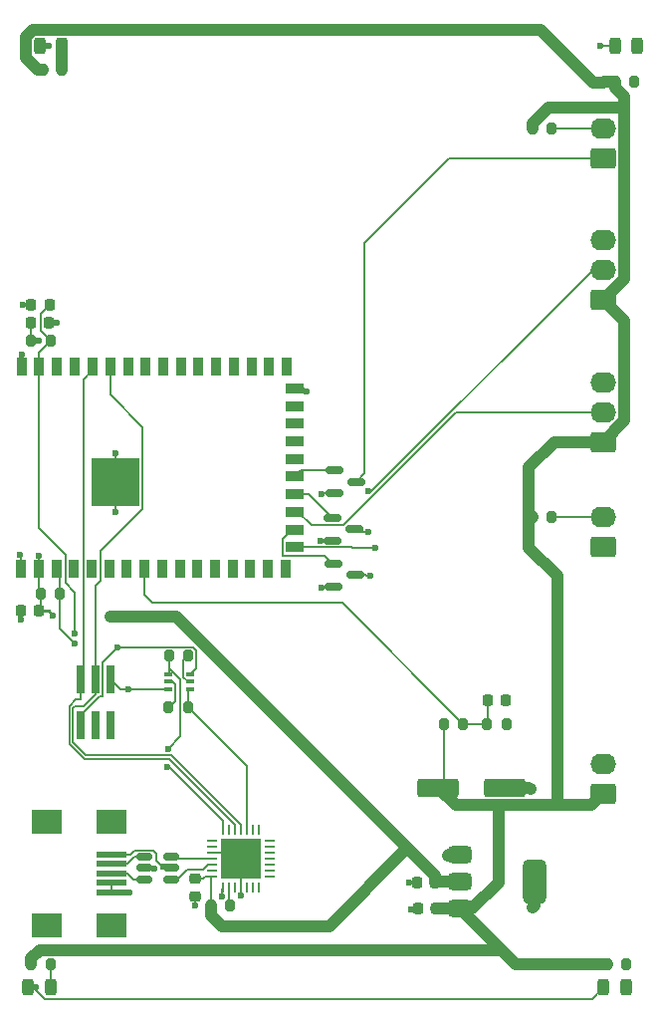
<source format=gbr>
%TF.GenerationSoftware,KiCad,Pcbnew,8.0.6*%
%TF.CreationDate,2025-02-23T18:05:14+01:00*%
%TF.ProjectId,TocBoatReceiver,546f6342-6f61-4745-9265-636569766572,rev?*%
%TF.SameCoordinates,Original*%
%TF.FileFunction,Copper,L1,Top*%
%TF.FilePolarity,Positive*%
%FSLAX46Y46*%
G04 Gerber Fmt 4.6, Leading zero omitted, Abs format (unit mm)*
G04 Created by KiCad (PCBNEW 8.0.6) date 2025-02-23 18:05:14*
%MOMM*%
%LPD*%
G01*
G04 APERTURE LIST*
G04 Aperture macros list*
%AMRoundRect*
0 Rectangle with rounded corners*
0 $1 Rounding radius*
0 $2 $3 $4 $5 $6 $7 $8 $9 X,Y pos of 4 corners*
0 Add a 4 corners polygon primitive as box body*
4,1,4,$2,$3,$4,$5,$6,$7,$8,$9,$2,$3,0*
0 Add four circle primitives for the rounded corners*
1,1,$1+$1,$2,$3*
1,1,$1+$1,$4,$5*
1,1,$1+$1,$6,$7*
1,1,$1+$1,$8,$9*
0 Add four rect primitives between the rounded corners*
20,1,$1+$1,$2,$3,$4,$5,0*
20,1,$1+$1,$4,$5,$6,$7,0*
20,1,$1+$1,$6,$7,$8,$9,0*
20,1,$1+$1,$8,$9,$2,$3,0*%
G04 Aperture macros list end*
%TA.AperFunction,SMDPad,CuDef*%
%ADD10RoundRect,0.200000X-0.200000X-0.275000X0.200000X-0.275000X0.200000X0.275000X-0.200000X0.275000X0*%
%TD*%
%TA.AperFunction,SMDPad,CuDef*%
%ADD11RoundRect,0.225000X0.225000X0.250000X-0.225000X0.250000X-0.225000X-0.250000X0.225000X-0.250000X0*%
%TD*%
%TA.AperFunction,SMDPad,CuDef*%
%ADD12RoundRect,0.150000X-0.587500X-0.150000X0.587500X-0.150000X0.587500X0.150000X-0.587500X0.150000X0*%
%TD*%
%TA.AperFunction,ComponentPad*%
%ADD13RoundRect,0.250000X0.845000X-0.620000X0.845000X0.620000X-0.845000X0.620000X-0.845000X-0.620000X0*%
%TD*%
%TA.AperFunction,ComponentPad*%
%ADD14O,2.190000X1.740000*%
%TD*%
%TA.AperFunction,SMDPad,CuDef*%
%ADD15RoundRect,0.243750X-0.243750X-0.456250X0.243750X-0.456250X0.243750X0.456250X-0.243750X0.456250X0*%
%TD*%
%TA.AperFunction,SMDPad,CuDef*%
%ADD16RoundRect,0.225000X-0.250000X0.225000X-0.250000X-0.225000X0.250000X-0.225000X0.250000X0.225000X0*%
%TD*%
%TA.AperFunction,SMDPad,CuDef*%
%ADD17R,2.500000X0.500000*%
%TD*%
%TA.AperFunction,SMDPad,CuDef*%
%ADD18R,2.500000X2.000000*%
%TD*%
%TA.AperFunction,SMDPad,CuDef*%
%ADD19RoundRect,0.375000X-0.625000X-0.375000X0.625000X-0.375000X0.625000X0.375000X-0.625000X0.375000X0*%
%TD*%
%TA.AperFunction,SMDPad,CuDef*%
%ADD20RoundRect,0.500000X-0.500000X-1.400000X0.500000X-1.400000X0.500000X1.400000X-0.500000X1.400000X0*%
%TD*%
%TA.AperFunction,SMDPad,CuDef*%
%ADD21RoundRect,0.062500X-0.337500X-0.062500X0.337500X-0.062500X0.337500X0.062500X-0.337500X0.062500X0*%
%TD*%
%TA.AperFunction,SMDPad,CuDef*%
%ADD22RoundRect,0.062500X-0.062500X-0.337500X0.062500X-0.337500X0.062500X0.337500X-0.062500X0.337500X0*%
%TD*%
%TA.AperFunction,HeatsinkPad*%
%ADD23R,3.350000X3.350000*%
%TD*%
%TA.AperFunction,SMDPad,CuDef*%
%ADD24RoundRect,0.100000X0.225000X0.100000X-0.225000X0.100000X-0.225000X-0.100000X0.225000X-0.100000X0*%
%TD*%
%TA.AperFunction,SMDPad,CuDef*%
%ADD25R,0.900000X1.500000*%
%TD*%
%TA.AperFunction,SMDPad,CuDef*%
%ADD26R,1.500000X0.900000*%
%TD*%
%TA.AperFunction,SMDPad,CuDef*%
%ADD27R,4.100000X4.100000*%
%TD*%
%TA.AperFunction,SMDPad,CuDef*%
%ADD28RoundRect,0.150000X-0.512500X-0.150000X0.512500X-0.150000X0.512500X0.150000X-0.512500X0.150000X0*%
%TD*%
%TA.AperFunction,SMDPad,CuDef*%
%ADD29R,0.740000X2.400000*%
%TD*%
%TA.AperFunction,SMDPad,CuDef*%
%ADD30RoundRect,0.250000X-1.500000X-0.550000X1.500000X-0.550000X1.500000X0.550000X-1.500000X0.550000X0*%
%TD*%
%TA.AperFunction,SMDPad,CuDef*%
%ADD31RoundRect,0.225000X-0.225000X-0.250000X0.225000X-0.250000X0.225000X0.250000X-0.225000X0.250000X0*%
%TD*%
%TA.AperFunction,SMDPad,CuDef*%
%ADD32RoundRect,0.200000X0.200000X0.275000X-0.200000X0.275000X-0.200000X-0.275000X0.200000X-0.275000X0*%
%TD*%
%TA.AperFunction,ViaPad*%
%ADD33C,0.600000*%
%TD*%
%TA.AperFunction,Conductor*%
%ADD34C,0.200000*%
%TD*%
%TA.AperFunction,Conductor*%
%ADD35C,0.127000*%
%TD*%
%TA.AperFunction,Conductor*%
%ADD36C,1.000000*%
%TD*%
%TA.AperFunction,Conductor*%
%ADD37C,0.254000*%
%TD*%
G04 APERTURE END LIST*
D10*
%TO.P,R11,1*%
%TO.N,/ESP32/GPIO5*%
X172150000Y-109600000D03*
%TO.P,R11,2*%
%TO.N,GND*%
X173800000Y-109600000D03*
%TD*%
%TO.P,R10,1*%
%TO.N,+BATT*%
X168450000Y-109600000D03*
%TO.P,R10,2*%
%TO.N,/ESP32/GPIO5*%
X170100000Y-109600000D03*
%TD*%
D11*
%TO.P,C8,1*%
%TO.N,GND*%
X173750000Y-107600000D03*
%TO.P,C8,2*%
%TO.N,/ESP32/GPIO5*%
X172200000Y-107600000D03*
%TD*%
%TO.P,C2,1*%
%TO.N,GND*%
X134900000Y-75500000D03*
%TO.P,C2,2*%
%TO.N,+3.3V*%
X133350000Y-75500000D03*
%TD*%
D10*
%TO.P,R6,1*%
%TO.N,+3.3V*%
X148650000Y-125000000D03*
%TO.P,R6,2*%
%TO.N,Net-(U6-~{RST})*%
X150300000Y-125000000D03*
%TD*%
D12*
%TO.P,Q2,1,G*%
%TO.N,/ESP32/GPIO15*%
X159062500Y-96000000D03*
%TO.P,Q2,2,S*%
%TO.N,GND*%
X159062500Y-97900000D03*
%TO.P,Q2,3,D*%
%TO.N,Net-(D1-K)*%
X160937500Y-96950000D03*
%TD*%
D10*
%TO.P,R7,1*%
%TO.N,+BATT*%
X183000000Y-55000000D03*
%TO.P,R7,2*%
%TO.N,Net-(D4-A)*%
X184650000Y-55000000D03*
%TD*%
D13*
%TO.P,J6,1,Pin_1*%
%TO.N,+BATT*%
X182000000Y-85620000D03*
D14*
%TO.P,J6,2,Pin_2*%
%TO.N,/ESP32/GPIO16*%
X182000000Y-83080000D03*
%TO.P,J6,3,Pin_3*%
%TO.N,GND*%
X182000000Y-80540000D03*
%TD*%
D15*
%TO.P,D1,1,K*%
%TO.N,Net-(D1-K)*%
X133125000Y-132000000D03*
%TO.P,D1,2,A*%
%TO.N,Net-(D1-A)*%
X135000000Y-132000000D03*
%TD*%
D10*
%TO.P,R8,1*%
%TO.N,+BATT*%
X176000000Y-92000000D03*
%TO.P,R8,2*%
%TO.N,Net-(J4-Pin_2)*%
X177650000Y-92000000D03*
%TD*%
D12*
%TO.P,Q4,1,G*%
%TO.N,/ESP32/GPIO18*%
X159125000Y-88050000D03*
%TO.P,Q4,2,S*%
%TO.N,GND*%
X159125000Y-89950000D03*
%TO.P,Q4,3,D*%
%TO.N,Net-(J5-Pin_1)*%
X161000000Y-89000000D03*
%TD*%
D13*
%TO.P,J7,1,Pin_1*%
%TO.N,+BATT*%
X182000000Y-73540000D03*
D14*
%TO.P,J7,2,Pin_2*%
%TO.N,/ESP32/GPIO14*%
X182000000Y-71000000D03*
%TO.P,J7,3,Pin_3*%
%TO.N,GND*%
X182000000Y-68460000D03*
%TD*%
D16*
%TO.P,C4,1*%
%TO.N,+3.3V*%
X147300000Y-122750000D03*
%TO.P,C4,2*%
%TO.N,GND*%
X147300000Y-124300000D03*
%TD*%
D17*
%TO.P,J2,1,VBUS*%
%TO.N,+5V*%
X140200000Y-120700000D03*
%TO.P,J2,2,D-*%
%TO.N,Net-(J2-D-)*%
X140200000Y-121500000D03*
%TO.P,J2,3,D+*%
%TO.N,Net-(J2-D+)*%
X140200000Y-122300000D03*
%TO.P,J2,4,GND*%
%TO.N,GND*%
X140200000Y-123100000D03*
%TO.P,J2,5,Shield*%
X140200000Y-123900000D03*
D18*
%TO.P,J2,6*%
%TO.N,N/C*%
X140200000Y-117900000D03*
X134700000Y-117900000D03*
X140200000Y-126700000D03*
X134700000Y-126700000D03*
%TD*%
D19*
%TO.P,U2,1,GND*%
%TO.N,GND*%
X169850000Y-120700000D03*
%TO.P,U2,2,VO*%
%TO.N,+3.3V*%
X169850000Y-123000000D03*
D20*
X176150000Y-123000000D03*
D19*
%TO.P,U2,3,VI*%
%TO.N,+BATT*%
X169850000Y-125300000D03*
%TD*%
D21*
%TO.P,U6,1,~{DCD}*%
%TO.N,unconnected-(U6-~{DCD}-Pad1)*%
X148750000Y-119550000D03*
%TO.P,U6,2,~{RI}/CLK*%
%TO.N,unconnected-(U6-~{RI}{slash}CLK-Pad2)*%
X148750000Y-120050000D03*
%TO.P,U6,3,GND*%
%TO.N,GND*%
X148750000Y-120550000D03*
%TO.P,U6,4,D+*%
%TO.N,/USB Serial/USB_P*%
X148750000Y-121050000D03*
%TO.P,U6,5,D-*%
%TO.N,/USB Serial/USB_N*%
X148750000Y-121550000D03*
%TO.P,U6,6,VDD*%
%TO.N,+3.3V*%
X148750000Y-122050000D03*
%TO.P,U6,7,VREGIN*%
X148750000Y-122550000D03*
D22*
%TO.P,U6,8,VBUS*%
%TO.N,+5V*%
X149700000Y-123500000D03*
%TO.P,U6,9,~{RST}*%
%TO.N,Net-(U6-~{RST})*%
X150200000Y-123500000D03*
%TO.P,U6,10,NC*%
%TO.N,unconnected-(U6-NC-Pad10)*%
X150700000Y-123500000D03*
%TO.P,U6,11,~{SUSPEND}*%
%TO.N,GND*%
X151200000Y-123500000D03*
%TO.P,U6,12,SUSPEND*%
%TO.N,unconnected-(U6-SUSPEND-Pad12)*%
X151700000Y-123500000D03*
%TO.P,U6,13,CHREN*%
%TO.N,unconnected-(U6-CHREN-Pad13)*%
X152200000Y-123500000D03*
%TO.P,U6,14,CHR1*%
%TO.N,unconnected-(U6-CHR1-Pad14)*%
X152700000Y-123500000D03*
D21*
%TO.P,U6,15,CHR0*%
%TO.N,unconnected-(U6-CHR0-Pad15)*%
X153650000Y-122550000D03*
%TO.P,U6,16,~{WAKEUP}/GPIO.3*%
%TO.N,unconnected-(U6-~{WAKEUP}{slash}GPIO.3-Pad16)*%
X153650000Y-122050000D03*
%TO.P,U6,17,RS485/GPIO.2*%
%TO.N,unconnected-(U6-RS485{slash}GPIO.2-Pad17)*%
X153650000Y-121550000D03*
%TO.P,U6,18,~{RXT}/GPIO.1*%
%TO.N,unconnected-(U6-~{RXT}{slash}GPIO.1-Pad18)*%
X153650000Y-121050000D03*
%TO.P,U6,19,~{TXT}/GPIO.0*%
%TO.N,unconnected-(U6-~{TXT}{slash}GPIO.0-Pad19)*%
X153650000Y-120550000D03*
%TO.P,U6,20,GPIO.6*%
%TO.N,unconnected-(U6-GPIO.6-Pad20)*%
X153650000Y-120050000D03*
%TO.P,U6,21,GPIO.5*%
%TO.N,unconnected-(U6-GPIO.5-Pad21)*%
X153650000Y-119550000D03*
D22*
%TO.P,U6,22,GPIO.4*%
%TO.N,unconnected-(U6-GPIO.4-Pad22)*%
X152700000Y-118600000D03*
%TO.P,U6,23,~{CTS}*%
%TO.N,unconnected-(U6-~{CTS}-Pad23)*%
X152200000Y-118600000D03*
%TO.P,U6,24,~{RTS}*%
%TO.N,Net-(Q1A-E1)*%
X151700000Y-118600000D03*
%TO.P,U6,25,RXD*%
%TO.N,TX*%
X151200000Y-118600000D03*
%TO.P,U6,26,TXD*%
%TO.N,RX*%
X150700000Y-118600000D03*
%TO.P,U6,27,~{DSR}*%
%TO.N,unconnected-(U6-~{DSR}-Pad27)*%
X150200000Y-118600000D03*
%TO.P,U6,28,~{DTR}*%
%TO.N,Net-(Q1B-E2)*%
X149700000Y-118600000D03*
D23*
%TO.P,U6,29,GND*%
%TO.N,GND*%
X151200000Y-121050000D03*
%TD*%
D13*
%TO.P,J3,1,Pin_1*%
%TO.N,+BATT*%
X182000000Y-115540000D03*
D14*
%TO.P,J3,2,Pin_2*%
%TO.N,GND*%
X182000000Y-113000000D03*
%TD*%
D11*
%TO.P,C5,1*%
%TO.N,+BATT*%
X167800000Y-125300000D03*
%TO.P,C5,2*%
%TO.N,GND*%
X166250000Y-125300000D03*
%TD*%
D24*
%TO.P,Q1,1,E1*%
%TO.N,Net-(Q1A-E1)*%
X146900000Y-106650000D03*
%TO.P,Q1,2,B1*%
%TO.N,Net-(Q1A-B1)*%
X146900000Y-106000000D03*
%TO.P,Q1,3,C2*%
%TO.N,D0*%
X146900000Y-105350000D03*
%TO.P,Q1,4,E2*%
%TO.N,Net-(Q1B-E2)*%
X145000000Y-105350000D03*
%TO.P,Q1,5,B2*%
%TO.N,Net-(Q1B-B2)*%
X145000000Y-106000000D03*
%TO.P,Q1,6,C1*%
%TO.N,EN*%
X145000000Y-106650000D03*
%TD*%
D15*
%TO.P,D3,1,K*%
%TO.N,Net-(D1-K)*%
X134125000Y-52000000D03*
%TO.P,D3,2,A*%
%TO.N,Net-(D3-A)*%
X136000000Y-52000000D03*
%TD*%
D25*
%TO.P,U8,1,GND*%
%TO.N,GND*%
X132500000Y-96445000D03*
%TO.P,U8,2,3V3*%
%TO.N,+3.3V*%
X134000000Y-96445000D03*
%TO.P,U8,3,IO00*%
%TO.N,D0*%
X135500000Y-96445000D03*
%TO.P,U8,4,IO01*%
%TO.N,unconnected-(U8-IO01-Pad4)*%
X137000000Y-96445000D03*
%TO.P,U8,5,IO02*%
%TO.N,/ESP32/GPIO2*%
X138500000Y-96445000D03*
%TO.P,U8,6,IO03*%
%TO.N,unconnected-(U8-IO03-Pad6)*%
X140000000Y-96445000D03*
%TO.P,U8,7,IO04*%
%TO.N,/ESP32/GPIO4*%
X141500000Y-96445000D03*
%TO.P,U8,8,IO05*%
%TO.N,/ESP32/GPIO5*%
X143000000Y-96445000D03*
%TO.P,U8,9,IO06*%
%TO.N,/ESP32/GPIO6*%
X144500000Y-96445000D03*
%TO.P,U8,10,IO07*%
%TO.N,/ESP32/GPIO7*%
X146000000Y-96445000D03*
%TO.P,U8,11,IO08*%
%TO.N,/ESP32/GPIO8*%
X147500000Y-96445000D03*
%TO.P,U8,12,IO09*%
%TO.N,/ESP32/GPIO9*%
X149000000Y-96445000D03*
%TO.P,U8,13,IO10*%
%TO.N,/ESP32/GPIO10*%
X150500000Y-96445000D03*
%TO.P,U8,14,IO11*%
%TO.N,/ESP32/GPIO11*%
X152000000Y-96445000D03*
%TO.P,U8,15,IO12*%
%TO.N,/ESP32/GPIO12*%
X153500000Y-96445000D03*
%TO.P,U8,16,IO13*%
%TO.N,/ESP32/GPIO13*%
X155000000Y-96445000D03*
D26*
%TO.P,U8,17,IO14*%
%TO.N,/ESP32/GPIO14*%
X155750000Y-94570000D03*
%TO.P,U8,18,IO15*%
%TO.N,/ESP32/GPIO15*%
X155750000Y-93070000D03*
%TO.P,U8,19,IO16*%
%TO.N,/ESP32/GPIO16*%
X155750000Y-91570000D03*
%TO.P,U8,20,IO17*%
%TO.N,/ESP32/GPIO17*%
X155750000Y-90070000D03*
%TO.P,U8,21,IO18*%
%TO.N,/ESP32/GPIO18*%
X155750000Y-88570000D03*
%TO.P,U8,22,USB_D-*%
%TO.N,unconnected-(U8-USB_D--Pad22)*%
X155750000Y-87070000D03*
%TO.P,U8,23,USB_D+*%
%TO.N,unconnected-(U8-USB_D+-Pad23)*%
X155750000Y-85570000D03*
%TO.P,U8,24,IO21*%
%TO.N,unconnected-(U8-IO21-Pad24)*%
X155750000Y-84070000D03*
%TO.P,U8,25,IO26*%
%TO.N,unconnected-(U8-IO26-Pad25)*%
X155750000Y-82570000D03*
%TO.P,U8,26,GND*%
%TO.N,GND*%
X155750000Y-81070000D03*
D25*
%TO.P,U8,27,IO33*%
%TO.N,unconnected-(U8-IO33-Pad27)*%
X155100000Y-79195000D03*
%TO.P,U8,28,IO34*%
%TO.N,unconnected-(U8-IO34-Pad28)*%
X153600000Y-79195000D03*
%TO.P,U8,29,IO35*%
%TO.N,/ESP32/GPIO35*%
X152100000Y-79195000D03*
%TO.P,U8,30,IO36*%
%TO.N,unconnected-(U8-IO36-Pad30)*%
X150600000Y-79195000D03*
%TO.P,U8,31,IO37*%
%TO.N,/ESP32/GPIO37*%
X149100000Y-79195000D03*
%TO.P,U8,32,IO38*%
%TO.N,/ESP32/GPIO38*%
X147600000Y-79195000D03*
%TO.P,U8,33,IO39*%
%TO.N,unconnected-(U8-IO39-Pad33)*%
X146100000Y-79195000D03*
%TO.P,U8,34,IO40*%
%TO.N,/ESP32/GPIO40*%
X144600000Y-79195000D03*
%TO.P,U8,35,IO41*%
%TO.N,unconnected-(U8-IO41-Pad35)*%
X143100000Y-79195000D03*
%TO.P,U8,36,IO42*%
%TO.N,unconnected-(U8-IO42-Pad36)*%
X141600000Y-79195000D03*
%TO.P,U8,37,TXD0*%
%TO.N,TX*%
X140100000Y-79195000D03*
%TO.P,U8,38,RXD0*%
%TO.N,RX*%
X138600000Y-79195000D03*
%TO.P,U8,39,IO45*%
%TO.N,unconnected-(U8-IO45-Pad39)*%
X137100000Y-79195000D03*
%TO.P,U8,40,IO46*%
%TO.N,unconnected-(U8-IO46-Pad40)*%
X135500000Y-79195000D03*
%TO.P,U8,41,EN*%
%TO.N,EN*%
X134000000Y-79195000D03*
%TO.P,U8,42,GND*%
%TO.N,GND*%
X132600000Y-79195000D03*
D27*
%TO.P,U8,43,GND*%
X140540000Y-89010000D03*
%TD*%
D10*
%TO.P,R1,1*%
%TO.N,+3.3V*%
X134150000Y-98500000D03*
%TO.P,R1,2*%
%TO.N,D0*%
X135800000Y-98500000D03*
%TD*%
D11*
%TO.P,C6,1*%
%TO.N,+3.3V*%
X167700000Y-123100000D03*
%TO.P,C6,2*%
%TO.N,GND*%
X166150000Y-123100000D03*
%TD*%
D13*
%TO.P,J4,1,Pin_1*%
%TO.N,Net-(J4-Pin_1)*%
X182000000Y-94540000D03*
D14*
%TO.P,J4,2,Pin_2*%
%TO.N,Net-(J4-Pin_2)*%
X182000000Y-92000000D03*
%TD*%
D28*
%TO.P,U1,1,I/O1*%
%TO.N,Net-(J2-D-)*%
X143000000Y-120900000D03*
%TO.P,U1,2,GND*%
%TO.N,GND*%
X143000000Y-121850000D03*
%TO.P,U1,3,I/O2*%
%TO.N,Net-(J2-D+)*%
X143000000Y-122800000D03*
%TO.P,U1,4,I/O2*%
%TO.N,/USB Serial/USB_N*%
X145275000Y-122800000D03*
%TO.P,U1,5,VBUS*%
%TO.N,+5V*%
X145275000Y-121850000D03*
%TO.P,U1,6,I/O1*%
%TO.N,/USB Serial/USB_P*%
X145275000Y-120900000D03*
%TD*%
D10*
%TO.P,R9,1*%
%TO.N,+BATT*%
X176000000Y-59000000D03*
%TO.P,R9,2*%
%TO.N,Net-(J5-Pin_2)*%
X177650000Y-59000000D03*
%TD*%
D29*
%TO.P,J1,1,Pin_1*%
%TO.N,EN*%
X140100000Y-105800000D03*
%TO.P,J1,2,Pin_2*%
%TO.N,+3V3*%
X140100000Y-109700000D03*
%TO.P,J1,3,Pin_3*%
%TO.N,TX*%
X138830000Y-105800000D03*
%TO.P,J1,4,Pin_4*%
%TO.N,GNDD*%
X138830000Y-109700000D03*
%TO.P,J1,5,Pin_5*%
%TO.N,RX*%
X137560000Y-105800000D03*
%TO.P,J1,6,Pin_6*%
%TO.N,D0*%
X137560000Y-109700000D03*
%TD*%
D30*
%TO.P,C7,1*%
%TO.N,+BATT*%
X168000000Y-115000000D03*
%TO.P,C7,2*%
%TO.N,GND*%
X173600000Y-115000000D03*
%TD*%
D15*
%TO.P,D2,1,K*%
%TO.N,Net-(D1-K)*%
X182062500Y-132000000D03*
%TO.P,D2,2,A*%
%TO.N,Net-(D2-A)*%
X183937500Y-132000000D03*
%TD*%
D10*
%TO.P,R5,1*%
%TO.N,+3.3V*%
X133350000Y-77000000D03*
%TO.P,R5,2*%
%TO.N,EN*%
X135000000Y-77000000D03*
%TD*%
D15*
%TO.P,D4,1,K*%
%TO.N,Net-(D1-K)*%
X183062500Y-52000000D03*
%TO.P,D4,2,A*%
%TO.N,Net-(D4-A)*%
X184937500Y-52000000D03*
%TD*%
D10*
%TO.P,R4,1*%
%TO.N,+BATT*%
X134350000Y-54000000D03*
%TO.P,R4,2*%
%TO.N,Net-(D3-A)*%
X136000000Y-54000000D03*
%TD*%
D31*
%TO.P,C3,1*%
%TO.N,GND*%
X132500000Y-100000000D03*
%TO.P,C3,2*%
%TO.N,+3.3V*%
X134050000Y-100000000D03*
%TD*%
D10*
%TO.P,R13,1*%
%TO.N,Net-(Q1B-B2)*%
X145050000Y-108200000D03*
%TO.P,R13,2*%
%TO.N,Net-(Q1A-E1)*%
X146700000Y-108200000D03*
%TD*%
%TO.P,R3,1*%
%TO.N,+BATT*%
X182350000Y-130000000D03*
%TO.P,R3,2*%
%TO.N,Net-(D2-A)*%
X184000000Y-130000000D03*
%TD*%
D13*
%TO.P,J5,1,Pin_1*%
%TO.N,Net-(J5-Pin_1)*%
X182000000Y-61540000D03*
D14*
%TO.P,J5,2,Pin_2*%
%TO.N,Net-(J5-Pin_2)*%
X182000000Y-59000000D03*
%TD*%
D32*
%TO.P,R12,1*%
%TO.N,Net-(Q1A-B1)*%
X146750000Y-103800000D03*
%TO.P,R12,2*%
%TO.N,Net-(Q1B-E2)*%
X145100000Y-103800000D03*
%TD*%
D12*
%TO.P,Q3,1,G*%
%TO.N,/ESP32/GPIO17*%
X159000000Y-92100000D03*
%TO.P,Q3,2,S*%
%TO.N,GND*%
X159000000Y-94000000D03*
%TO.P,Q3,3,D*%
%TO.N,Net-(J4-Pin_1)*%
X160875000Y-93050000D03*
%TD*%
D10*
%TO.P,R2,1*%
%TO.N,+BATT*%
X133350000Y-130000000D03*
%TO.P,R2,2*%
%TO.N,Net-(D1-A)*%
X135000000Y-130000000D03*
%TD*%
D31*
%TO.P,C1,1*%
%TO.N,GND*%
X133381750Y-73968250D03*
%TO.P,C1,2*%
%TO.N,EN*%
X134931750Y-73968250D03*
%TD*%
D33*
%TO.N,EN*%
X141600000Y-106650000D03*
X137100000Y-101900000D03*
%TO.N,GND*%
X135500000Y-75500000D03*
X140500000Y-91600000D03*
X141700000Y-123900000D03*
X165500000Y-123100000D03*
X143800000Y-121900000D03*
X151200000Y-124200000D03*
X156800000Y-81300000D03*
X132600000Y-78200000D03*
X140500000Y-86600000D03*
X168800000Y-120800000D03*
X132500000Y-100700000D03*
X147300000Y-125000000D03*
X175800000Y-115100000D03*
X132681750Y-73968250D03*
X132400000Y-95200000D03*
X165700000Y-125400000D03*
X158100000Y-98000000D03*
X158000000Y-94000000D03*
X158100000Y-90100000D03*
%TO.N,+3.3V*%
X135236500Y-100400000D03*
X134000000Y-95300000D03*
X176000000Y-125200000D03*
X134000000Y-77000000D03*
X140100000Y-100500000D03*
X168600000Y-123000000D03*
%TO.N,Net-(D1-K)*%
X133800000Y-132000000D03*
X162200000Y-97000000D03*
X134900000Y-52000000D03*
X181800000Y-52000000D03*
%TO.N,D0*%
X140701500Y-103101500D03*
X137100000Y-102800000D03*
%TO.N,+5V*%
X144573108Y-121694310D03*
X149566988Y-124266453D03*
%TO.N,Net-(J4-Pin_1)*%
X162036500Y-93300000D03*
%TO.N,/ESP32/GPIO14*%
X162600000Y-94600000D03*
X162000828Y-89800828D03*
%TO.N,Net-(Q1B-E2)*%
X144951544Y-113248456D03*
X144991317Y-111709500D03*
%TD*%
D34*
%TO.N,/ESP32/GPIO5*%
X143000000Y-98600000D02*
X143000000Y-96445000D01*
X143700000Y-99300000D02*
X143000000Y-98600000D01*
X159800000Y-99300000D02*
X143700000Y-99300000D01*
X170100000Y-109600000D02*
X159800000Y-99300000D01*
%TO.N,+BATT*%
X168450000Y-114550000D02*
X168000000Y-115000000D01*
X168450000Y-109600000D02*
X168450000Y-114550000D01*
%TO.N,/ESP32/GPIO5*%
X172200000Y-109550000D02*
X172150000Y-109600000D01*
X172200000Y-107600000D02*
X172200000Y-109550000D01*
X170100000Y-109600000D02*
X172150000Y-109600000D01*
D35*
%TO.N,EN*%
X140950000Y-106650000D02*
X140100000Y-105800000D01*
X134000000Y-92900000D02*
X136286500Y-95186500D01*
X136286500Y-97586500D02*
X137100000Y-98400000D01*
X145000000Y-106650000D02*
X140950000Y-106650000D01*
X134000000Y-79195000D02*
X134000000Y-92900000D01*
X135000000Y-77000000D02*
X134186500Y-76186500D01*
X134186500Y-76186500D02*
X134186500Y-74713500D01*
X134000000Y-78000000D02*
X134000000Y-79195000D01*
X135000000Y-77000000D02*
X134000000Y-78000000D01*
X136286500Y-95186500D02*
X136286500Y-97586500D01*
X134186500Y-74713500D02*
X134931750Y-73968250D01*
X137100000Y-98400000D02*
X137100000Y-101900000D01*
%TO.N,GND*%
X143000000Y-121850000D02*
X143750000Y-121850000D01*
X156570000Y-81070000D02*
X156800000Y-81300000D01*
X140540000Y-89010000D02*
X140540000Y-91560000D01*
X133381750Y-73968250D02*
X132681750Y-73968250D01*
X150700000Y-120550000D02*
X151200000Y-121050000D01*
X148750000Y-120550000D02*
X150700000Y-120550000D01*
D36*
X173600000Y-115000000D02*
X175700000Y-115000000D01*
D35*
X132500000Y-96445000D02*
X132500000Y-95300000D01*
X140200000Y-123900000D02*
X141700000Y-123900000D01*
D36*
X175700000Y-115000000D02*
X175800000Y-115100000D01*
D35*
X132500000Y-100000000D02*
X132500000Y-100700000D01*
X159000000Y-94000000D02*
X158000000Y-94000000D01*
X132600000Y-79195000D02*
X132600000Y-78200000D01*
X140540000Y-91560000D02*
X140500000Y-91600000D01*
X134900000Y-75500000D02*
X135500000Y-75500000D01*
X151200000Y-123500000D02*
X151200000Y-124200000D01*
D36*
X169850000Y-120700000D02*
X168900000Y-120700000D01*
D37*
X165800000Y-125300000D02*
X165700000Y-125400000D01*
D36*
X168900000Y-120700000D02*
X168800000Y-120800000D01*
D37*
X166250000Y-125300000D02*
X165800000Y-125300000D01*
D35*
X140200000Y-123100000D02*
X140200000Y-123900000D01*
X159125000Y-89950000D02*
X158250000Y-89950000D01*
D37*
X166150000Y-123100000D02*
X165500000Y-123100000D01*
D35*
X158200000Y-97900000D02*
X158100000Y-98000000D01*
X140540000Y-89010000D02*
X140540000Y-86640000D01*
X132500000Y-95300000D02*
X132400000Y-95200000D01*
X159062500Y-97900000D02*
X158200000Y-97900000D01*
X155750000Y-81070000D02*
X156570000Y-81070000D01*
X140540000Y-86640000D02*
X140500000Y-86600000D01*
X147300000Y-124300000D02*
X147300000Y-125000000D01*
X158250000Y-89950000D02*
X158100000Y-90100000D01*
X143750000Y-121850000D02*
X143800000Y-121900000D01*
X151200000Y-123500000D02*
X151200000Y-121050000D01*
%TO.N,+3.3V*%
X134050000Y-99950000D02*
X134150000Y-99850000D01*
D34*
X133350000Y-75500000D02*
X133350000Y-77000000D01*
X133350000Y-77000000D02*
X134000000Y-77000000D01*
D36*
X167700000Y-123100000D02*
X167700000Y-122520248D01*
D35*
X148650000Y-122650000D02*
X148750000Y-122550000D01*
D37*
X134050000Y-100000000D02*
X134836500Y-100000000D01*
D36*
X176150000Y-125050000D02*
X176000000Y-125200000D01*
X145679752Y-100500000D02*
X140100000Y-100500000D01*
D35*
X134000000Y-98350000D02*
X134150000Y-98500000D01*
D37*
X134836500Y-100000000D02*
X135236500Y-100400000D01*
D36*
X165489876Y-120310124D02*
X145679752Y-100500000D01*
D35*
X134000000Y-96445000D02*
X134000000Y-98350000D01*
X134050000Y-100000000D02*
X134050000Y-99950000D01*
D36*
X167800000Y-123000000D02*
X167700000Y-123100000D01*
D35*
X148650000Y-125000000D02*
X148650000Y-122650000D01*
D34*
X134000000Y-95300000D02*
X134000000Y-96445000D01*
D36*
X167700000Y-122520248D02*
X165489876Y-120310124D01*
X165189876Y-120310124D02*
X158700000Y-126800000D01*
X176150000Y-123000000D02*
X176150000Y-125050000D01*
X158700000Y-126800000D02*
X149600000Y-126800000D01*
X149600000Y-126800000D02*
X148650000Y-125850000D01*
D35*
X147950000Y-122750000D02*
X148150000Y-122550000D01*
D36*
X165489876Y-120310124D02*
X165189876Y-120310124D01*
X169850000Y-123000000D02*
X168600000Y-123000000D01*
D35*
X134150000Y-99850000D02*
X134150000Y-98500000D01*
X148150000Y-122550000D02*
X148750000Y-122550000D01*
D36*
X168600000Y-123000000D02*
X167800000Y-123000000D01*
X148650000Y-125850000D02*
X148650000Y-125000000D01*
D35*
X147300000Y-122750000D02*
X147950000Y-122750000D01*
D36*
%TO.N,+BATT*%
X182000000Y-85620000D02*
X183795000Y-83825000D01*
X134075000Y-128825000D02*
X133350000Y-129550000D01*
X133350000Y-129550000D02*
X133350000Y-130000000D01*
X181200000Y-55100000D02*
X182000000Y-55100000D01*
X176000000Y-92000000D02*
X175800000Y-92000000D01*
X183000000Y-55475000D02*
X183000000Y-55000000D01*
X183795000Y-56270000D02*
X183000000Y-55475000D01*
X178100000Y-116500000D02*
X178100000Y-97000000D01*
X134350000Y-54000000D02*
X133950000Y-54000000D01*
X169850000Y-125300000D02*
X167800000Y-125300000D01*
X176000000Y-59000000D02*
X176000000Y-58525000D01*
X132900000Y-52950000D02*
X132900000Y-51183582D01*
X181040000Y-116500000D02*
X178100000Y-116500000D01*
X182350000Y-130000000D02*
X174550000Y-130000000D01*
X174550000Y-130000000D02*
X169850000Y-125300000D01*
X176700000Y-50600000D02*
X181200000Y-55100000D01*
X175700000Y-92100000D02*
X175700000Y-87800000D01*
X183795000Y-75335000D02*
X182000000Y-73540000D01*
X183795000Y-71745000D02*
X183795000Y-57200000D01*
X182000000Y-55100000D02*
X182100000Y-55000000D01*
X169850000Y-125300000D02*
X170850000Y-125300000D01*
X182000000Y-73540000D02*
X183795000Y-71745000D01*
X178100000Y-97000000D02*
X175700000Y-94600000D01*
X174550000Y-130000000D02*
X173375000Y-128825000D01*
X177880000Y-85620000D02*
X182000000Y-85620000D01*
X175800000Y-92000000D02*
X175700000Y-92100000D01*
X178100000Y-116500000D02*
X173100000Y-116500000D01*
X173375000Y-128825000D02*
X134075000Y-128825000D01*
X183795000Y-83825000D02*
X183795000Y-75335000D01*
X176000000Y-58525000D02*
X177325000Y-57200000D01*
X132900000Y-51183582D02*
X133483582Y-50600000D01*
X177325000Y-57200000D02*
X183795000Y-57200000D01*
X182100000Y-55000000D02*
X183000000Y-55000000D01*
X175700000Y-94600000D02*
X175700000Y-92100000D01*
X169500000Y-116500000D02*
X168000000Y-115000000D01*
X170850000Y-125300000D02*
X173100000Y-123050000D01*
X173100000Y-116500000D02*
X169500000Y-116500000D01*
X133483582Y-50600000D02*
X176700000Y-50600000D01*
X133950000Y-54000000D02*
X132900000Y-52950000D01*
X182000000Y-115540000D02*
X181040000Y-116500000D01*
X183795000Y-57200000D02*
X183795000Y-56270000D01*
X175700000Y-87800000D02*
X177880000Y-85620000D01*
X173100000Y-123050000D02*
X173100000Y-116500000D01*
D35*
%TO.N,Net-(D1-K)*%
X133800000Y-132000000D02*
X133800000Y-132224114D01*
X134900000Y-52000000D02*
X134125000Y-52000000D01*
X134539386Y-132963500D02*
X181099000Y-132963500D01*
X181099000Y-132963500D02*
X182062500Y-132000000D01*
X133800000Y-132000000D02*
X133125000Y-132000000D01*
X133800000Y-132224114D02*
X134539386Y-132963500D01*
X183062500Y-52000000D02*
X181800000Y-52000000D01*
X161900000Y-97000000D02*
X161850000Y-96950000D01*
X162200000Y-97000000D02*
X161900000Y-97000000D01*
X161850000Y-96950000D02*
X160937500Y-96950000D01*
%TO.N,Net-(D1-A)*%
X135000000Y-130000000D02*
X135000000Y-132000000D01*
D36*
%TO.N,Net-(D3-A)*%
X136000000Y-52000000D02*
X136000000Y-54000000D01*
D35*
%TO.N,TX*%
X142853500Y-91346500D02*
X142853500Y-84353500D01*
X138830000Y-105800000D02*
X138830000Y-97842000D01*
X138036000Y-112273000D02*
X136926500Y-111163500D01*
X139286500Y-94913500D02*
X142853500Y-91346500D01*
X139286500Y-97385500D02*
X139286500Y-94913500D01*
X151200000Y-118200001D02*
X145272999Y-112273000D01*
X136926500Y-111163500D02*
X136926500Y-108236500D01*
X142853500Y-84353500D02*
X140100000Y-81600000D01*
X137063000Y-108100000D02*
X137800000Y-108100000D01*
X138830000Y-107070000D02*
X138830000Y-105800000D01*
X140100000Y-81600000D02*
X140100000Y-79195000D01*
X137800000Y-108100000D02*
X138830000Y-107070000D01*
X138830000Y-97842000D02*
X139286500Y-97385500D01*
X151200000Y-118600000D02*
X151200000Y-118200001D01*
X136926500Y-108236500D02*
X137063000Y-108100000D01*
X145272999Y-112273000D02*
X138036000Y-112273000D01*
%TO.N,D0*%
X147413500Y-103313500D02*
X147413500Y-104836500D01*
X139166500Y-107263500D02*
X139436500Y-107263500D01*
X139466500Y-107233500D02*
X139466500Y-104336500D01*
X135800000Y-98500000D02*
X135800000Y-101500000D01*
X139436500Y-107263500D02*
X139466500Y-107233500D01*
X147413500Y-104836500D02*
X146900000Y-105350000D01*
X135800000Y-96745000D02*
X135500000Y-96445000D01*
X140701500Y-103101500D02*
X140741500Y-103061500D01*
X137560000Y-108870000D02*
X139166500Y-107263500D01*
X147161500Y-103061500D02*
X147413500Y-103313500D01*
X135800000Y-101500000D02*
X137100000Y-102800000D01*
X135800000Y-98500000D02*
X135800000Y-96745000D01*
X140741500Y-103061500D02*
X147161500Y-103061500D01*
X137560000Y-109700000D02*
X137560000Y-108870000D01*
X139466500Y-104336500D02*
X140701500Y-103101500D01*
%TO.N,RX*%
X137900552Y-112600000D02*
X145099999Y-112600000D01*
X137560000Y-107540000D02*
X137160552Y-107540000D01*
X150700000Y-118200001D02*
X150700000Y-118600000D01*
X137560000Y-105800000D02*
X137786500Y-105573500D01*
X136599500Y-111298948D02*
X137900552Y-112600000D01*
X137160552Y-107540000D02*
X136599500Y-108101052D01*
X138600000Y-79495000D02*
X138600000Y-79195000D01*
X137786500Y-105573500D02*
X137786500Y-80308500D01*
X145099999Y-112600000D02*
X150700000Y-118200001D01*
X136599500Y-108101052D02*
X136599500Y-111298948D01*
X137786500Y-80308500D02*
X138600000Y-79495000D01*
X137560000Y-105800000D02*
X137560000Y-107540000D01*
%TO.N,Net-(J2-D-)*%
X142177000Y-120900000D02*
X143000000Y-120900000D01*
X140200000Y-121500000D02*
X141577000Y-121500000D01*
X141577000Y-121500000D02*
X142177000Y-120900000D01*
%TO.N,+5V*%
X145275000Y-121850000D02*
X144728798Y-121850000D01*
X144728798Y-121850000D02*
X144573108Y-121694310D01*
X145275000Y-121850000D02*
X144612501Y-121850000D01*
X149566988Y-124266453D02*
X149566988Y-123633012D01*
X144000000Y-120600000D02*
X143736500Y-120336500D01*
X144612501Y-121850000D02*
X144000000Y-121237499D01*
X149566988Y-123633012D02*
X149700000Y-123500000D01*
X141800000Y-120700000D02*
X140200000Y-120700000D01*
X143736500Y-120336500D02*
X142163500Y-120336500D01*
X142163500Y-120336500D02*
X141800000Y-120700000D01*
X144000000Y-121237499D02*
X144000000Y-120600000D01*
%TO.N,Net-(J2-D+)*%
X141577000Y-122300000D02*
X142077000Y-122800000D01*
X140200000Y-122300000D02*
X141577000Y-122300000D01*
X142077000Y-122800000D02*
X143000000Y-122800000D01*
%TO.N,Net-(J4-Pin_2)*%
X177650000Y-92000000D02*
X182000000Y-92000000D01*
%TO.N,Net-(J4-Pin_1)*%
X162036500Y-93300000D02*
X161125000Y-93300000D01*
X161125000Y-93300000D02*
X160875000Y-93050000D01*
%TO.N,Net-(J5-Pin_2)*%
X177650000Y-59000000D02*
X182000000Y-59000000D01*
%TO.N,Net-(J5-Pin_1)*%
X161700000Y-68700000D02*
X161700000Y-88300000D01*
X161700000Y-88300000D02*
X161000000Y-89000000D01*
X182000000Y-61540000D02*
X168860000Y-61540000D01*
X168860000Y-61540000D02*
X161700000Y-68700000D01*
%TO.N,/ESP32/GPIO16*%
X169518566Y-83080000D02*
X182000000Y-83080000D01*
X157180000Y-92700000D02*
X159898566Y-92700000D01*
X155750000Y-91570000D02*
X156050000Y-91570000D01*
X159898566Y-92700000D02*
X169518566Y-83080000D01*
X156050000Y-91570000D02*
X157180000Y-92700000D01*
%TO.N,/ESP32/GPIO14*%
X160681434Y-94570000D02*
X160711434Y-94600000D01*
X162300000Y-94600000D02*
X162600000Y-94600000D01*
X160711434Y-94600000D02*
X162300000Y-94600000D01*
X155750000Y-94570000D02*
X160681434Y-94570000D01*
X181136118Y-71000000D02*
X162168059Y-89968059D01*
X182000000Y-71000000D02*
X181136118Y-71000000D01*
%TO.N,Net-(Q1A-E1)*%
X151700000Y-118600000D02*
X151700000Y-113200000D01*
X151700000Y-113200000D02*
X146700000Y-108200000D01*
X146700000Y-106850000D02*
X146900000Y-106650000D01*
X146700000Y-108200000D02*
X146700000Y-106850000D01*
%TO.N,Net-(Q1B-E2)*%
X145148456Y-113248456D02*
X144951544Y-113248456D01*
X145100000Y-105250000D02*
X145000000Y-105350000D01*
X146036500Y-105836500D02*
X145100000Y-104900000D01*
X145100000Y-104900000D02*
X145100000Y-104400000D01*
X144991317Y-111709500D02*
X146036500Y-110664317D01*
X149700000Y-117800000D02*
X145300000Y-113400000D01*
X149700000Y-118600000D02*
X149700000Y-117800000D01*
X145100000Y-104400000D02*
X145100000Y-105250000D01*
X146036500Y-110664317D02*
X146036500Y-105836500D01*
X145100000Y-103800000D02*
X145100000Y-104400000D01*
X145300000Y-113400000D02*
X145148456Y-113248456D01*
%TO.N,Net-(Q1A-B1)*%
X146311500Y-104238500D02*
X146311500Y-105603338D01*
X146750000Y-103800000D02*
X146311500Y-104238500D01*
X146311500Y-105603338D02*
X146708162Y-106000000D01*
X146708162Y-106000000D02*
X146900000Y-106000000D01*
%TO.N,Net-(Q1B-B2)*%
X145588500Y-107661500D02*
X145588500Y-106188500D01*
X145400000Y-106000000D02*
X145000000Y-106000000D01*
X145588500Y-106188500D02*
X145400000Y-106000000D01*
X145050000Y-108200000D02*
X145588500Y-107661500D01*
%TO.N,/ESP32/GPIO15*%
X155523000Y-93070000D02*
X155750000Y-93070000D01*
X158346000Y-95283500D02*
X154736500Y-95283500D01*
X154736500Y-93856500D02*
X155523000Y-93070000D01*
X159062500Y-96000000D02*
X158346000Y-95283500D01*
X154736500Y-95283500D02*
X154736500Y-93856500D01*
%TO.N,/ESP32/GPIO17*%
X156970000Y-90070000D02*
X155750000Y-90070000D01*
X159000000Y-92100000D02*
X156970000Y-90070000D01*
%TO.N,/ESP32/GPIO18*%
X156270000Y-88050000D02*
X155750000Y-88570000D01*
X159125000Y-88050000D02*
X156270000Y-88050000D01*
%TO.N,Net-(U6-~{RST})*%
X150200000Y-124900000D02*
X150300000Y-125000000D01*
X150200000Y-123500000D02*
X150200000Y-124900000D01*
%TO.N,/USB Serial/USB_P*%
X145425000Y-121050000D02*
X148750000Y-121050000D01*
X145275000Y-120900000D02*
X145425000Y-121050000D01*
%TO.N,/USB Serial/USB_N*%
X145275000Y-122800000D02*
X145800000Y-122800000D01*
X148387234Y-121550000D02*
X148750000Y-121550000D01*
X148000734Y-121936500D02*
X148387234Y-121550000D01*
X146663500Y-121936500D02*
X148000734Y-121936500D01*
X145800000Y-122800000D02*
X146663500Y-121936500D01*
%TD*%
M02*

</source>
